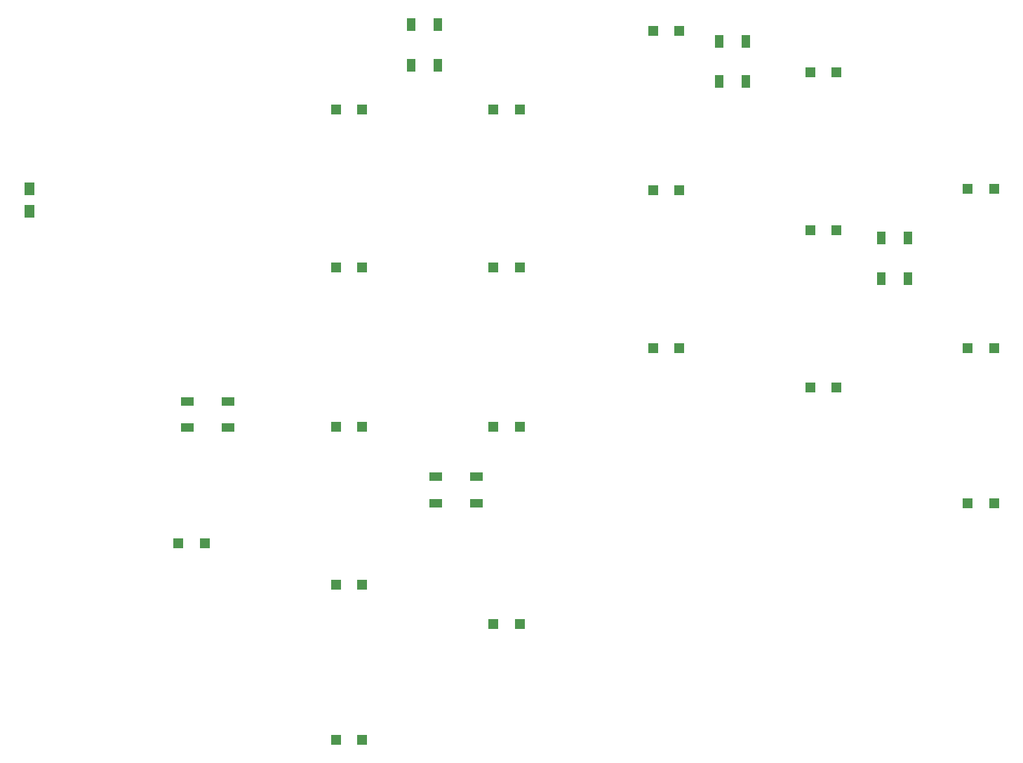
<source format=gbr>
%TF.GenerationSoftware,KiCad,Pcbnew,5.1.10*%
%TF.CreationDate,2021-06-14T18:04:53+02:00*%
%TF.ProjectId,scattered-bat-pcb,73636174-7465-4726-9564-2d6261742d70,rev?*%
%TF.SameCoordinates,Original*%
%TF.FileFunction,Paste,Top*%
%TF.FilePolarity,Positive*%
%FSLAX46Y46*%
G04 Gerber Fmt 4.6, Leading zero omitted, Abs format (unit mm)*
G04 Created by KiCad (PCBNEW 5.1.10) date 2021-06-14 18:04:53*
%MOMM*%
%LPD*%
G01*
G04 APERTURE LIST*
%ADD10R,1.200000X1.500000*%
%ADD11R,1.000000X1.500000*%
%ADD12R,1.500000X1.000000*%
%ADD13R,1.200000X1.200000*%
G04 APERTURE END LIST*
D10*
%TO.C,R1*%
X41920000Y-74740000D03*
X41920000Y-72040000D03*
%TD*%
D11*
%TO.C,D38*%
X147950000Y-77930000D03*
X144750000Y-77930000D03*
X147950000Y-82830000D03*
X144750000Y-82830000D03*
%TD*%
%TO.C,D39*%
X128350000Y-54220000D03*
X125150000Y-54220000D03*
X128350000Y-59120000D03*
X125150000Y-59120000D03*
%TD*%
D12*
%TO.C,D37*%
X95850000Y-109960000D03*
X95850000Y-106760000D03*
X90950000Y-109960000D03*
X90950000Y-106760000D03*
%TD*%
%TO.C,D36*%
X61000000Y-97660000D03*
X61000000Y-100860000D03*
X65900000Y-97660000D03*
X65900000Y-100860000D03*
%TD*%
D11*
%TO.C,D35*%
X91190000Y-52200000D03*
X87990000Y-52200000D03*
X91190000Y-57100000D03*
X87990000Y-57100000D03*
%TD*%
D13*
%TO.C,D23*%
X59925000Y-114750000D03*
X63075000Y-114750000D03*
%TD*%
%TO.C,D20*%
X78925000Y-138500000D03*
X82075000Y-138500000D03*
%TD*%
%TO.C,D19*%
X78925000Y-119750000D03*
X82075000Y-119750000D03*
%TD*%
%TO.C,D18*%
X78925000Y-100750000D03*
X82075000Y-100750000D03*
%TD*%
%TO.C,D17*%
X78925000Y-81500000D03*
X82075000Y-81500000D03*
%TD*%
%TO.C,D16*%
X78925000Y-62500000D03*
X82075000Y-62500000D03*
%TD*%
%TO.C,D15*%
X97925000Y-124500000D03*
X101075000Y-124500000D03*
%TD*%
%TO.C,D14*%
X97925000Y-100750000D03*
X101075000Y-100750000D03*
%TD*%
%TO.C,D13*%
X97925000Y-81500000D03*
X101075000Y-81500000D03*
%TD*%
%TO.C,D12*%
X97925000Y-62500000D03*
X101075000Y-62500000D03*
%TD*%
%TO.C,D11*%
X117175000Y-91250000D03*
X120325000Y-91250000D03*
%TD*%
%TO.C,D10*%
X117175000Y-72230000D03*
X120325000Y-72230000D03*
%TD*%
%TO.C,D9*%
X117175000Y-53000000D03*
X120325000Y-53000000D03*
%TD*%
%TO.C,D8*%
X136175000Y-96000000D03*
X139325000Y-96000000D03*
%TD*%
%TO.C,D7*%
X136175000Y-77000000D03*
X139325000Y-77000000D03*
%TD*%
%TO.C,D6*%
X136175000Y-58000000D03*
X139325000Y-58000000D03*
%TD*%
%TO.C,D5*%
X155175000Y-110000000D03*
X158325000Y-110000000D03*
%TD*%
%TO.C,D4*%
X155175000Y-91250000D03*
X158325000Y-91250000D03*
%TD*%
%TO.C,D3*%
X155175000Y-72000000D03*
X158325000Y-72000000D03*
%TD*%
M02*

</source>
